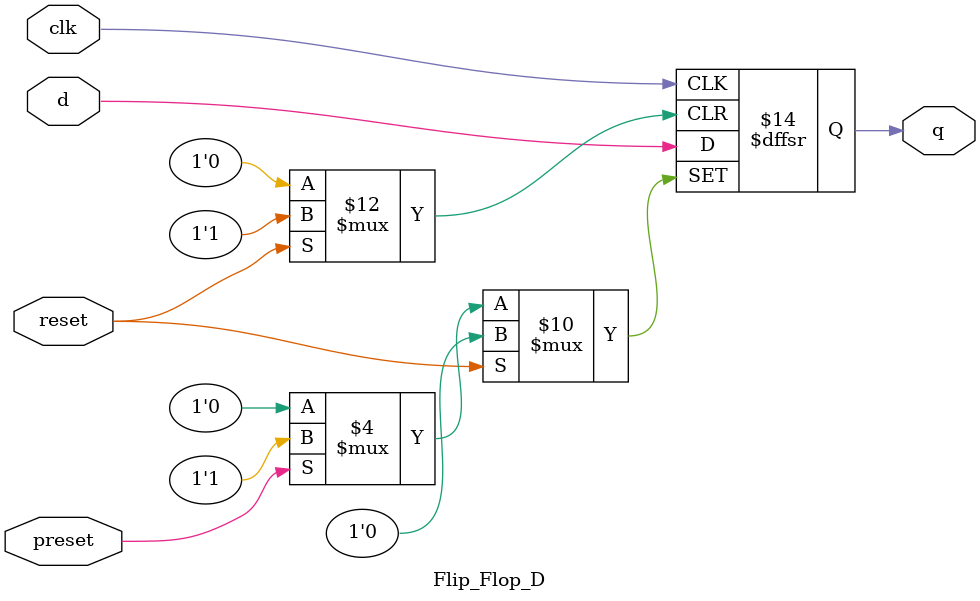
<source format=v>
module Flip_Flop_D(d, clk, reset, preset, q);
	input d, clk, reset, preset;
	output reg q;
	
	always @(posedge clk or posedge preset or posedge reset) begin
        if (preset) begin
            q <= 1'b1;  // Preset assincrono, q se torna 1
        end else if (reset) begin
            q <= 1'b0;  // Reset assíncrono, q se torna 0
        end else begin
            q <= d;     // Na borda de subida do clock, q recebe d
        end
    end


endmodule 
</source>
